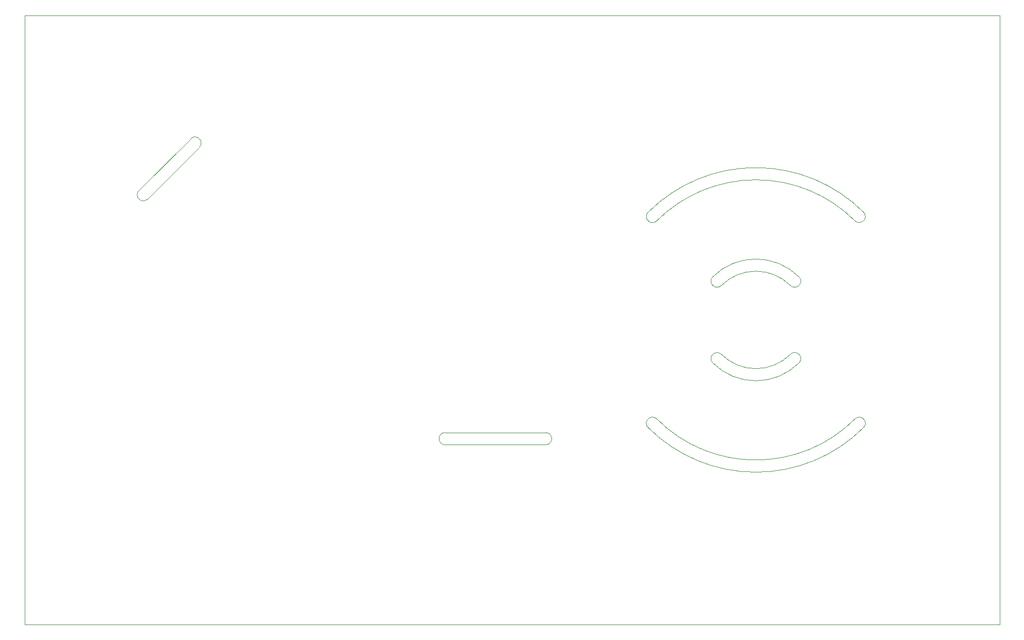
<source format=gbr>
G04 #@! TF.GenerationSoftware,KiCad,Pcbnew,(6.0.5)*
G04 #@! TF.CreationDate,2023-01-29T23:25:53+01:00*
G04 #@! TF.ProjectId,adrmu6layer,6164726d-7536-46c6-9179-65722e6b6963,1*
G04 #@! TF.SameCoordinates,Original*
G04 #@! TF.FileFunction,Profile,NP*
%FSLAX46Y46*%
G04 Gerber Fmt 4.6, Leading zero omitted, Abs format (unit mm)*
G04 Created by KiCad (PCBNEW (6.0.5)) date 2023-01-29 23:25:53*
%MOMM*%
%LPD*%
G01*
G04 APERTURE LIST*
G04 #@! TA.AperFunction,Profile*
%ADD10C,0.100000*%
G04 #@! TD*
G04 APERTURE END LIST*
D10*
X173736544Y-116263456D02*
G75*
G03*
X172322330Y-117677670I-707107J-707107D01*
G01*
X139000000Y-118500000D02*
G75*
G03*
X139000000Y-120500000I0J-1000000D01*
G01*
X195656854Y-94343146D02*
G75*
G03*
X184343146Y-94343146I-5656854J-5656853D01*
G01*
X155500000Y-120500000D02*
X139000000Y-120500000D01*
X98656840Y-71671559D02*
G75*
G03*
X97242641Y-70257360I-707140J707059D01*
G01*
X206263456Y-83736544D02*
G75*
G03*
X207677670Y-82322330I707107J707107D01*
G01*
X206263456Y-83736544D02*
G75*
G03*
X173736544Y-83736544I-16263456J-16263456D01*
G01*
X172322330Y-82322330D02*
G75*
G03*
X173736544Y-83736544I707107J-707107D01*
G01*
X184343146Y-105656854D02*
G75*
G03*
X182928932Y-107071068I-707107J-707107D01*
G01*
X230000000Y-50000000D02*
X70000000Y-50000000D01*
X70000000Y-50000000D02*
X70000000Y-150000000D01*
X70000000Y-150000000D02*
X230000000Y-150000000D01*
X230000000Y-150000000D02*
X230000000Y-50000000D01*
X139000000Y-118500000D02*
X155500000Y-118500000D01*
X173736544Y-116263456D02*
G75*
G03*
X206263456Y-116263456I16263456J16263456D01*
G01*
X172322330Y-117677670D02*
G75*
G03*
X207677670Y-117677670I17677670J17677669D01*
G01*
X182928932Y-92928932D02*
G75*
G03*
X184343146Y-94343146I707107J-707107D01*
G01*
X207677670Y-117677670D02*
G75*
G03*
X206263456Y-116263456I-707107J707107D01*
G01*
X88757360Y-78742641D02*
X97242641Y-70257360D01*
X184343146Y-105656854D02*
G75*
G03*
X195656854Y-105656854I5656854J5656853D01*
G01*
X98656854Y-71671573D02*
X90171573Y-80156854D01*
X155500000Y-120500000D02*
G75*
G03*
X155500000Y-118500000I0J1000000D01*
G01*
X197071068Y-92928932D02*
G75*
G03*
X182928932Y-92928932I-7071068J-7071069D01*
G01*
X197071068Y-107071068D02*
G75*
G03*
X195656854Y-105656854I-707107J707107D01*
G01*
X182928932Y-107071068D02*
G75*
G03*
X197071068Y-107071068I7071068J7071069D01*
G01*
X207677670Y-82322330D02*
G75*
G03*
X172322330Y-82322330I-17677670J-17677669D01*
G01*
X88757346Y-78742627D02*
G75*
G03*
X90171573Y-80156854I707154J-707073D01*
G01*
X195656854Y-94343146D02*
G75*
G03*
X197071068Y-92928932I707107J707107D01*
G01*
M02*

</source>
